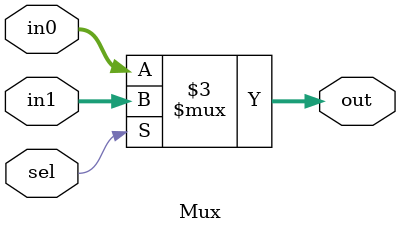
<source format=sv>
module Mux #(
    parameter WIDTH = 16    // Width of the inputs and output
) (
    input logic [WIDTH-1:0]  in0,  // Input 0
    input logic [WIDTH-1:0]  in1,  // Input 1
    input logic              sel,  // Select signal
    output logic [WIDTH-1:0] out   // Output
);

    always_comb begin
        if (sel)
            out = in1;
        else
            out = in0;
    end

endmodule

</source>
